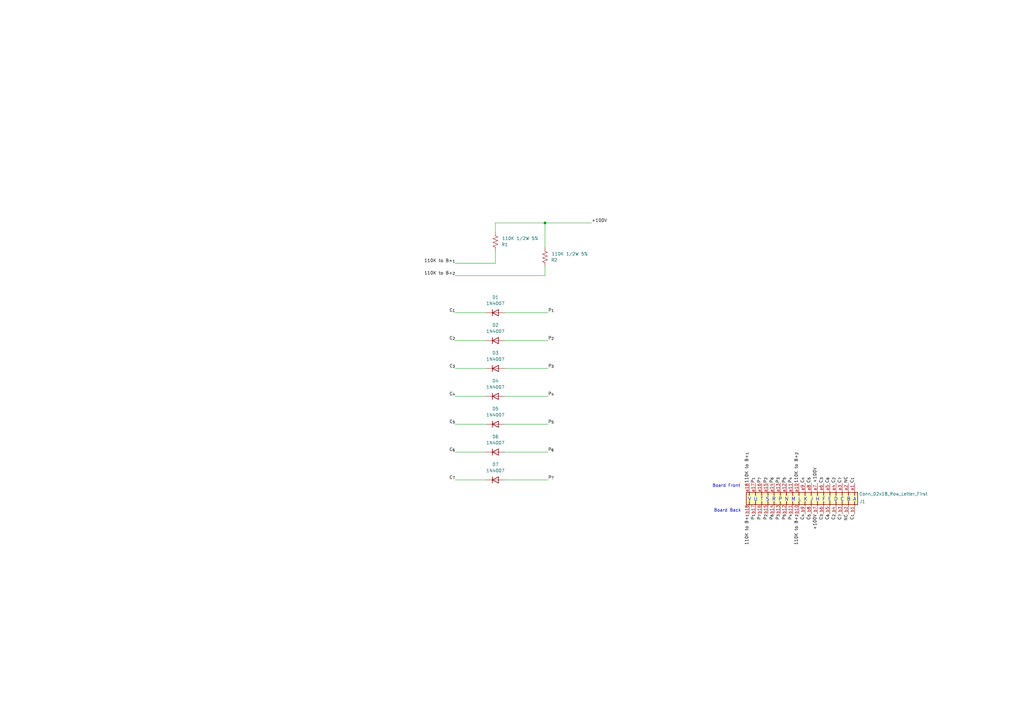
<source format=kicad_sch>
(kicad_sch (version 20211123) (generator eeschema)
  (paper "A3")
  (lib_symbols
    (symbol "Connector_Generic:Conn_02x18_Row_Letter_First" (pin_names (offset 1.016) hide)
      (property "Reference" "J" (at 1.27 22.86 0))
      (property "Value" "Conn_02x18_Row_Letter_First" (at 1.27 -25.4 0))
      (symbol "Conn_02x18_Row_Letter_First_1_1"
        (rectangle (start -1.27 -22.733) (end 0 -22.987) (stroke (width 0.1524)))
        (rectangle (start -1.27 -20.193) (end 0 -20.447) (stroke (width 0.1524)))
        (rectangle (start -1.27 -17.653) (end 0 -17.907) (stroke (width 0.1524)))
        (rectangle (start -1.27 -15.113) (end 0 -15.367) (stroke (width 0.1524)))
        (rectangle (start -1.27 -12.573) (end 0 -12.827) (stroke (width 0.1524)))
        (rectangle (start -1.27 -10.033) (end 0 -10.287) (stroke (width 0.1524)))
        (rectangle (start -1.27 -7.493) (end 0 -7.747) (stroke (width 0.1524)))
        (rectangle (start -1.27 -4.953) (end 0 -5.207) (stroke (width 0.1524)))
        (rectangle (start -1.27 -2.413) (end 0 -2.667) (stroke (width 0.1524)))
        (rectangle (start -1.27 0.127) (end 0 -0.127) (stroke (width 0.1524)))
        (rectangle (start -1.27 2.667) (end 0 2.413) (stroke (width 0.1524)))
        (rectangle (start -1.27 5.207) (end 0 4.953) (stroke (width 0.1524)))
        (rectangle (start -1.27 7.747) (end 0 7.493) (stroke (width 0.1524)))
        (rectangle (start -1.27 10.287) (end 0 10.033) (stroke (width 0.1524)))
        (rectangle (start -1.27 12.827) (end 0 12.573) (stroke (width 0.1524)))
        (rectangle (start -1.27 15.367) (end 0 15.113) (stroke (width 0.1524)))
        (rectangle (start -1.27 17.907) (end 0 17.653) (stroke (width 0.1524)))
        (rectangle (start -1.27 20.447) (end 0 20.193) (stroke (width 0.1524)))
        (rectangle (start -1.27 21.59) (end 3.81 -24.13) (stroke (width 0.254)) (fill (type background)))
        (rectangle (start 3.81 -22.733) (end 2.54 -22.987) (stroke (width 0.1524)))
        (rectangle (start 3.81 -20.193) (end 2.54 -20.447) (stroke (width 0.1524)))
        (rectangle (start 3.81 -17.653) (end 2.54 -17.907) (stroke (width 0.1524)))
        (rectangle (start 3.81 -15.113) (end 2.54 -15.367) (stroke (width 0.1524)))
        (rectangle (start 3.81 -12.573) (end 2.54 -12.827) (stroke (width 0.1524)))
        (rectangle (start 3.81 -10.033) (end 2.54 -10.287) (stroke (width 0.1524)))
        (rectangle (start 3.81 -7.493) (end 2.54 -7.747) (stroke (width 0.1524)))
        (rectangle (start 3.81 -4.953) (end 2.54 -5.207) (stroke (width 0.1524)))
        (rectangle (start 3.81 -2.413) (end 2.54 -2.667) (stroke (width 0.1524)))
        (rectangle (start 3.81 0.127) (end 2.54 -0.127) (stroke (width 0.1524)))
        (rectangle (start 3.81 2.667) (end 2.54 2.413) (stroke (width 0.1524)))
        (rectangle (start 3.81 5.207) (end 2.54 4.953) (stroke (width 0.1524)))
        (rectangle (start 3.81 7.747) (end 2.54 7.493) (stroke (width 0.1524)))
        (rectangle (start 3.81 10.287) (end 2.54 10.033) (stroke (width 0.1524)))
        (rectangle (start 3.81 12.827) (end 2.54 12.573) (stroke (width 0.1524)))
        (rectangle (start 3.81 15.367) (end 2.54 15.113) (stroke (width 0.1524)))
        (rectangle (start 3.81 17.907) (end 2.54 17.653) (stroke (width 0.1524)))
        (rectangle (start 3.81 20.447) (end 2.54 20.193) (stroke (width 0.1524)))
        (pin passive line (at -5.08 20.32 0) (length 3.81) (name "Pin_a1") (number "a1"))
        (pin passive line (at -5.08 -2.54 0) (length 3.81) (name "Pin_a10") (number "a10"))
        (pin passive line (at -5.08 -5.08 0) (length 3.81) (name "Pin_a11") (number "a11"))
        (pin passive line (at -5.08 -7.62 0) (length 3.81) (name "Pin_a12") (number "a12"))
        (pin passive line (at -5.08 -10.16 0) (length 3.81) (name "Pin_a13") (number "a13"))
        (pin passive line (at -5.08 -12.7 0) (length 3.81) (name "Pin_a14") (number "a14"))
        (pin passive line (at -5.08 -15.24 0) (length 3.81) (name "Pin_a15") (number "a15"))
        (pin passive line (at -5.08 -17.78 0) (length 3.81) (name "Pin_a16") (number "a16"))
        (pin passive line (at -5.08 -20.32 0) (length 3.81) (name "Pin_a17") (number "a17"))
        (pin passive line (at -5.08 -22.86 0) (length 3.81) (name "Pin_a18") (number "a18"))
        (pin passive line (at -5.08 17.78 0) (length 3.81) (name "Pin_a2") (number "a2"))
        (pin passive line (at -5.08 15.24 0) (length 3.81) (name "Pin_a3") (number "a3"))
        (pin passive line (at -5.08 12.7 0) (length 3.81) (name "Pin_a4") (number "a4"))
        (pin passive line (at -5.08 10.16 0) (length 3.81) (name "Pin_a5") (number "a5"))
        (pin passive line (at -5.08 7.62 0) (length 3.81) (name "Pin_a6") (number "a6"))
        (pin passive line (at -5.08 5.08 0) (length 3.81) (name "Pin_a7") (number "a7"))
        (pin passive line (at -5.08 2.54 0) (length 3.81) (name "Pin_a8") (number "a8"))
        (pin passive line (at -5.08 0 0) (length 3.81) (name "Pin_a9") (number "a9"))
        (pin passive line (at 7.62 20.32 180) (length 3.81) (name "Pin_b1") (number "b1"))
        (pin passive line (at 7.62 -2.54 180) (length 3.81) (name "Pin_b10") (number "b10"))
        (pin passive line (at 7.62 -5.08 180) (length 3.81) (name "Pin_b11") (number "b11"))
        (pin passive line (at 7.62 -7.62 180) (length 3.81) (name "Pin_b12") (number "b12"))
        (pin passive line (at 7.62 -10.16 180) (length 3.81) (name "Pin_b13") (number "b13"))
        (pin passive line (at 7.62 -12.7 180) (length 3.81) (name "Pin_b14") (number "b14"))
        (pin passive line (at 7.62 -15.24 180) (length 3.81) (name "Pin_b15") (number "b15"))
        (pin passive line (at 7.62 -17.78 180) (length 3.81) (name "Pin_b16") (number "b16"))
        (pin passive line (at 7.62 -20.32 180) (length 3.81) (name "Pin_b17") (number "b17"))
        (pin passive line (at 7.62 -22.86 180) (length 3.81) (name "Pin_b18") (number "b18"))
        (pin passive line (at 7.62 17.78 180) (length 3.81) (name "Pin_b2") (number "b2"))
        (pin passive line (at 7.62 15.24 180) (length 3.81) (name "Pin_b3") (number "b3"))
        (pin passive line (at 7.62 12.7 180) (length 3.81) (name "Pin_b4") (number "b4"))
        (pin passive line (at 7.62 10.16 180) (length 3.81) (name "Pin_b5") (number "b5"))
        (pin passive line (at 7.62 7.62 180) (length 3.81) (name "Pin_b6") (number "b6"))
        (pin passive line (at 7.62 5.08 180) (length 3.81) (name "Pin_b7") (number "b7"))
        (pin passive line (at 7.62 2.54 180) (length 3.81) (name "Pin_b8") (number "b8"))
        (pin passive line (at 7.62 0 180) (length 3.81) (name "Pin_b9") (number "b9"))
      )
    )
    (symbol "Device:R_US" (pin_numbers hide) (pin_names (offset 0))
      (property "Reference" "R" (at 2.54 0 90))
      (property "Value" "R_US" (at -2.54 0 90))
      (symbol "R_US_0_1"
        (polyline (pts (xy 0 -2.286) (xy 0 -2.54)))
        (polyline (pts (xy 0 2.286) (xy 0 2.54)))
        (polyline (pts (xy 0 -0.762) (xy 1.016 -1.143) (xy 0 -1.524) (xy -1.016 -1.905) (xy 0 -2.286)))
        (polyline (pts (xy 0 0.762) (xy 1.016 0.381) (xy 0 0) (xy -1.016 -0.381) (xy 0 -0.762)))
        (polyline (pts (xy 0 2.286) (xy 1.016 1.905) (xy 0 1.524) (xy -1.016 1.143) (xy 0 0.762)))
      )
      (symbol "R_US_1_1"
        (pin passive line (at 0 3.81 270) (length 1.27) (name "~") (number "1"))
        (pin passive line (at 0 -3.81 90) (length 1.27) (name "~") (number "2"))
      )
    )
    (symbol "Diode:1N4007" (pin_numbers hide) (pin_names (offset 1.016) hide)
      (property "Reference" "D" (at 0 2.54 0))
      (property "Value" "1N4007" (at 0 -2.54 0))
      (symbol "1N4007_0_1"
        (polyline (pts (xy -1.27 1.27) (xy -1.27 -1.27)) (stroke (width 0.254)))
        (polyline (pts (xy 1.27 0) (xy -1.27 0)))
        (polyline (pts (xy 1.27 1.27) (xy 1.27 -1.27) (xy -1.27 0) (xy 1.27 1.27)) (stroke (width 0.254)))
      )
      (symbol "1N4007_1_1"
        (pin passive line (at -3.81 0 0) (length 2.54) (name "K") (number "1"))
        (pin passive line (at 3.81 0 180) (length 2.54) (name "A") (number "2"))
      )
    )
  )
  (junction (at 223.52 91.44))
  (wire (pts (xy 207.01 162.56) (xy 224.79 162.56)))
  (wire (pts (xy 207.01 173.99) (xy 224.79 173.99)))
  (wire (pts (xy 207.01 196.85) (xy 224.79 196.85)))
  (wire (pts (xy 186.69 162.56) (xy 199.39 162.56)))
  (wire (pts (xy 242.57 91.44) (xy 223.52 91.44)))
  (wire (pts (xy 223.52 91.44) (xy 203.2 91.44)))
  (wire (pts (xy 186.69 139.7) (xy 199.39 139.7)))
  (wire (pts (xy 207.01 151.13) (xy 224.79 151.13)))
  (wire (pts (xy 223.52 91.44) (xy 223.52 101.6)))
  (wire (pts (xy 186.69 151.13) (xy 199.39 151.13)))
  (wire (pts (xy 203.2 102.87) (xy 203.2 107.95)))
  (wire (pts (xy 207.01 139.7) (xy 224.79 139.7)))
  (wire (pts (xy 223.52 109.22) (xy 223.52 113.03)))
  (wire (pts (xy 203.2 91.44) (xy 203.2 95.25)))
  (wire (pts (xy 186.69 128.27) (xy 199.39 128.27)))
  (wire (pts (xy 186.69 196.85) (xy 199.39 196.85)))
  (wire (pts (xy 186.69 173.99) (xy 199.39 173.99)))
  (wire (pts (xy 207.01 185.42) (xy 224.79 185.42)))
  (wire (pts (xy 186.69 185.42) (xy 199.39 185.42)))
  (wire (pts (xy 186.69 107.95) (xy 203.2 107.95)))
  (wire (pts (xy 207.01 128.27) (xy 224.79 128.27)))
  (wire (pts (xy 186.69 113.03) (xy 223.52 113.03)))
  (text "Board Back" (at 292.735 210.185 0) (effects (font (size 1.27 1.27)) (justify left bottom)))
  (text "Board Front" (at 292.1 200.025 0) (effects (font (size 1.27 1.27)) (justify left bottom)))
  (text "V U T S R P N M L K J H F E D C B A" (at 306.705 205.74 0) (effects (font (size 1.48 1.48)) (justify left bottom)))
  (label "P_{3}" (at 320.04 210.82 270))
  (label "C_{5}" (at 186.69 173.99 180))
  (label "P_{4}" (at 224.79 162.56 0))
  (label "C_{6}" (at 340.36 210.82 270))
  (label "P_{4}" (at 325.12 198.12 90))
  (label "P_{6}" (at 317.5 198.12 90))
  (label "C_{4}" (at 330.2 198.12 90))
  (label "C_{1}" (at 350.52 210.82 270))
  (label "C_{1}" (at 350.52 198.12 90))
  (label "C_{3}" (at 186.69 151.13 180))
  (label "110K to B+_{1}" (at 307.34 198.12 90))
  (label "P_{1}" (at 224.79 128.27 0))
  (label "P_{7}" (at 312.42 210.82 270))
  (label "P_{3}" (at 320.04 198.12 90))
  (label "P_{4}" (at 325.12 210.82 270))
  (label "110K to B+_{1}" (at 307.34 210.82 270))
  (label "P_{1}" (at 309.88 210.82 270))
  (label "P_{3}" (at 224.79 151.13 0))
  (label "P_{2}" (at 314.96 210.82 270))
  (label "C_{2}" (at 186.701 139.7 180))
  (label "C_{5}" (at 332.74 210.82 270))
  (label "110K to B+_{2}" (at 186.69 113.03 180))
  (label "P_{5}" (at 224.79 173.99 0))
  (label "C_{2}" (at 342.9 210.82 270))
  (label "P_{7}" (at 312.42 198.12 90))
  (label "NC" (at 347.98 210.82 270))
  (label "+100V" (at 242.57 91.44 0))
  (label "C_{7}" (at 345.44 210.82 270))
  (label "C_{6}" (at 186.69 185.42 180))
  (label "C_{2}" (at 342.9 198.12 90))
  (label "P_{5}" (at 322.58 210.82 270))
  (label "+100V" (at 335.28 210.82 270))
  (label "C_{5}" (at 332.74 198.12 90))
  (label "P_{2}" (at 224.79 139.7 0))
  (label "P_{1}" (at 309.88 198.12 90))
  (label "P_{2}" (at 314.96 198.12 90))
  (label "110K to B+_{2}" (at 327.66 198.12 90))
  (label "C_{4}" (at 330.2 210.82 270))
  (label "C_{7}" (at 186.69 196.85 180))
  (label "P_{6}" (at 317.5 210.82 270))
  (label "P_{5}" (at 322.58 198.12 90))
  (label "P_{7}" (at 224.79 196.85 0))
  (label "C_{1}" (at 186.69 128.27 180))
  (label "NC" (at 347.98 198.12 90))
  (label "C_{7}" (at 345.44 198.12 90))
  (label "C_{3}" (at 337.82 198.12 90))
  (label "C_{4}" (at 186.69 162.56 180))
  (label "C_{6}" (at 340.36 198.12 90))
  (label "110K to B+_{1}" (at 186.69 107.95 180))
  (label "+100V" (at 335.28 198.12 90))
  (label "110K to B+_{2}" (at 327.66 210.82 270))
  (label "C_{3}" (at 337.82 210.82 270))
  (label "P_{6}" (at 224.79 185.42 0))
  (symbol (lib_id "Connector_Generic:Conn_02x18_Row_Letter_First") (at 330.2 203.2 270) (unit 1)
    (property "Reference" "J1" (at 353.695 205.74 90))
    (property "Value" "Conn_02x18_Row_Letter_First" (at 366.395 202.565 90))
    (property "Footprint" "Bendix_G15:Card_Edge_B_Key" (effects hide))
  )
  (symbol (lib_id "Diode:1N4007") (at 203.2 185.42 0) (unit 1)
    (property "Reference" "D6" (at 203.2 179.07 0))
    (property "Value" "1N4007" (at 203.2 181.61 0))
    (property "Footprint" "Diode_THT:D_DO-35_SOD27_P12.70mm_Horizontal" (effects hide))
    (property "Datasheet" "http://www.vishay.com/docs/88503/1n4001.pdf" (effects hide))
  )
  (symbol (lib_id "Diode:1N4007") (at 203.2 173.99 0) (unit 1)
    (property "Reference" "D5" (at 203.2 167.64 0))
    (property "Value" "1N4007" (at 203.2 170.18 0))
    (property "Footprint" "Diode_THT:D_DO-35_SOD27_P12.70mm_Horizontal" (effects hide))
    (property "Datasheet" "http://www.vishay.com/docs/88503/1n4001.pdf" (effects hide))
  )
  (symbol (lib_id "Diode:1N4007") (at 203.2 151.13 0) (unit 1)
    (property "Reference" "D3" (at 203.2 144.78 0))
    (property "Value" "1N4007" (at 203.2 147.32 0))
    (property "Footprint" "Diode_THT:D_DO-35_SOD27_P12.70mm_Horizontal" (effects hide))
    (property "Datasheet" "http://www.vishay.com/docs/88503/1n4001.pdf" (effects hide))
  )
  (symbol (lib_id "Diode:1N4007") (at 203.2 162.56 0) (unit 1)
    (property "Reference" "D4" (at 203.2 156.21 0))
    (property "Value" "1N4007" (at 203.2 158.75 0))
    (property "Footprint" "Diode_THT:D_DO-35_SOD27_P12.70mm_Horizontal" (effects hide))
    (property "Datasheet" "http://www.vishay.com/docs/88503/1n4001.pdf" (effects hide))
  )
  (symbol (lib_id "Diode:1N4007") (at 203.2 196.85 0) (unit 1)
    (property "Reference" "D7" (at 203.2 190.5 0))
    (property "Value" "1N4007" (at 203.2 193.04 0))
    (property "Footprint" "Diode_THT:D_DO-35_SOD27_P12.70mm_Horizontal" (effects hide))
    (property "Datasheet" "http://www.vishay.com/docs/88503/1n4001.pdf" (effects hide))
  )
  (symbol (lib_id "Diode:1N4007") (at 203.2 139.7 0) (unit 1)
    (property "Reference" "D2" (at 203.2 133.35 0))
    (property "Value" "1N4007" (at 203.2 135.89 0))
    (property "Footprint" "Diode_THT:D_DO-35_SOD27_P12.70mm_Horizontal" (effects hide))
    (property "Datasheet" "http://www.vishay.com/docs/88503/1n4001.pdf" (effects hide))
  )
  (symbol (lib_id "Device:R_US") (at 203.2 99.06 180) (unit 1)
    (property "Reference" "R1" (at 207.01 100.33 0))
    (property "Value" "110K 1/2W 5%" (at 213.36 97.79 0))
    (property "Footprint" "Resistor_THT:R_Axial_DIN0411_L9.9mm_D3.6mm_P15.24mm_Horizontal" (effects hide))
  )
  (symbol (lib_id "Diode:1N4007") (at 203.2 128.27 0) (unit 1)
    (property "Reference" "D1" (at 203.2 121.92 0))
    (property "Value" "1N4007" (at 203.2 124.46 0))
    (property "Footprint" "Diode_THT:D_DO-35_SOD27_P12.70mm_Horizontal" (effects hide))
    (property "Datasheet" "http://www.vishay.com/docs/88503/1n4001.pdf" (effects hide))
  )
  (symbol (lib_id "Device:R_US") (at 223.52 105.41 180) (unit 1)
    (property "Reference" "R2" (at 227.33 106.68 0))
    (property "Value" "110K 1/2W 5%" (at 233.68 104.14 0))
    (property "Footprint" "Resistor_THT:R_Axial_DIN0411_L9.9mm_D3.6mm_P15.24mm_Horizontal" (effects hide))
  )
)
</source>
